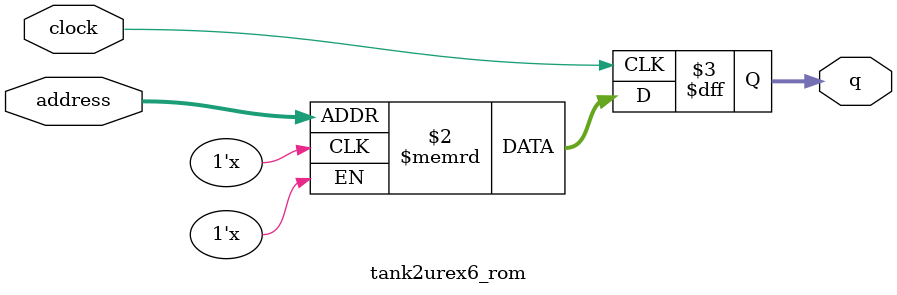
<source format=sv>
module tank2urex6_rom (
	input logic clock,
	input logic [9:0] address,
	output logic [3:0] q
);

logic [3:0] memory [0:1023] /* synthesis ram_init_file = "./tank2urex6/tank2urex6.mif" */;

always_ff @ (posedge clock) begin
	q <= memory[address];
end

endmodule

</source>
